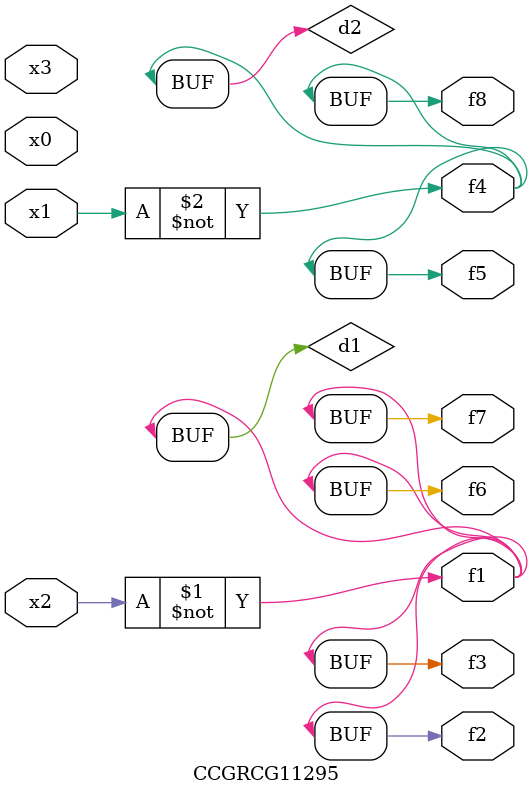
<source format=v>
module CCGRCG11295(
	input x0, x1, x2, x3,
	output f1, f2, f3, f4, f5, f6, f7, f8
);

	wire d1, d2;

	xnor (d1, x2);
	not (d2, x1);
	assign f1 = d1;
	assign f2 = d1;
	assign f3 = d1;
	assign f4 = d2;
	assign f5 = d2;
	assign f6 = d1;
	assign f7 = d1;
	assign f8 = d2;
endmodule

</source>
